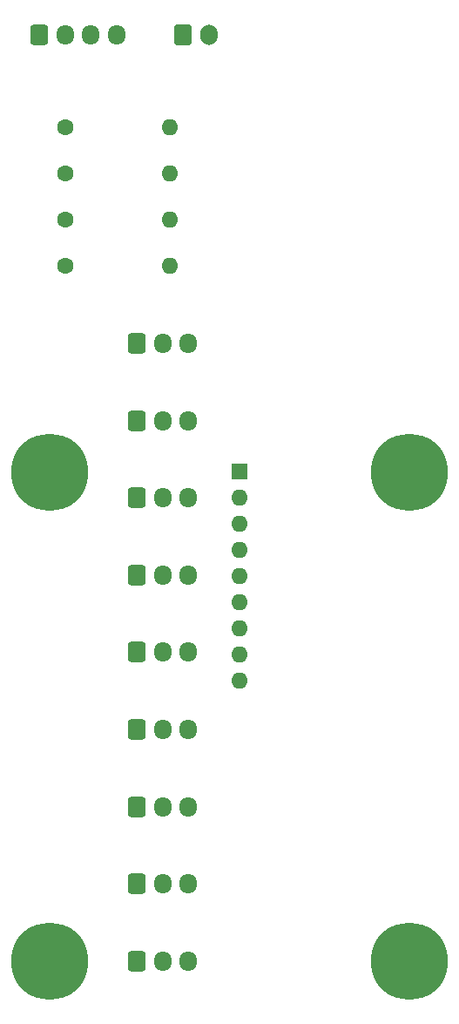
<source format=gbs>
G04 #@! TF.GenerationSoftware,KiCad,Pcbnew,8.0.2*
G04 #@! TF.CreationDate,2024-08-18T16:51:17+09:00*
G04 #@! TF.ProjectId,rainbow2-rp2040,7261696e-626f-4773-922d-727032303430,rev?*
G04 #@! TF.SameCoordinates,Original*
G04 #@! TF.FileFunction,Soldermask,Bot*
G04 #@! TF.FilePolarity,Negative*
%FSLAX46Y46*%
G04 Gerber Fmt 4.6, Leading zero omitted, Abs format (unit mm)*
G04 Created by KiCad (PCBNEW 8.0.2) date 2024-08-18 16:51:17*
%MOMM*%
%LPD*%
G01*
G04 APERTURE LIST*
G04 Aperture macros list*
%AMRoundRect*
0 Rectangle with rounded corners*
0 $1 Rounding radius*
0 $2 $3 $4 $5 $6 $7 $8 $9 X,Y pos of 4 corners*
0 Add a 4 corners polygon primitive as box body*
4,1,4,$2,$3,$4,$5,$6,$7,$8,$9,$2,$3,0*
0 Add four circle primitives for the rounded corners*
1,1,$1+$1,$2,$3*
1,1,$1+$1,$4,$5*
1,1,$1+$1,$6,$7*
1,1,$1+$1,$8,$9*
0 Add four rect primitives between the rounded corners*
20,1,$1+$1,$2,$3,$4,$5,0*
20,1,$1+$1,$4,$5,$6,$7,0*
20,1,$1+$1,$6,$7,$8,$9,0*
20,1,$1+$1,$8,$9,$2,$3,0*%
G04 Aperture macros list end*
%ADD10RoundRect,0.250000X-0.600000X-0.750000X0.600000X-0.750000X0.600000X0.750000X-0.600000X0.750000X0*%
%ADD11O,1.700000X2.000000*%
%ADD12R,1.600000X1.600000*%
%ADD13O,1.600000X1.600000*%
%ADD14RoundRect,0.250000X-0.600000X-0.725000X0.600000X-0.725000X0.600000X0.725000X-0.600000X0.725000X0*%
%ADD15O,1.700000X1.950000*%
%ADD16C,7.500000*%
%ADD17C,1.600000*%
G04 APERTURE END LIST*
D10*
X113000000Y-57500000D03*
D11*
X115500000Y-57500000D03*
D12*
X118500000Y-99960000D03*
D13*
X118500000Y-102500000D03*
X118500000Y-105040000D03*
X118500000Y-107580000D03*
X118500000Y-110120000D03*
X118500000Y-112660000D03*
X118500000Y-115200000D03*
X118500000Y-117740000D03*
X118500000Y-120280000D03*
D14*
X108500000Y-140000000D03*
D15*
X111000000Y-140000000D03*
X113500000Y-140000000D03*
D14*
X108500000Y-95000000D03*
D15*
X111000000Y-95000000D03*
X113500000Y-95000000D03*
D16*
X100000000Y-100000000D03*
D14*
X108500000Y-117500000D03*
D15*
X111000000Y-117500000D03*
X113500000Y-117500000D03*
D14*
X108500000Y-87500000D03*
D15*
X111000000Y-87500000D03*
X113500000Y-87500000D03*
D16*
X100000000Y-147500000D03*
X135000000Y-147500000D03*
D17*
X101500000Y-80000000D03*
D13*
X111660000Y-80000000D03*
D16*
X135000000Y-100000000D03*
D17*
X101500000Y-66500000D03*
D13*
X111660000Y-66500000D03*
D17*
X101500000Y-71000000D03*
D13*
X111660000Y-71000000D03*
D14*
X108500000Y-125000000D03*
D15*
X111000000Y-125000000D03*
X113500000Y-125000000D03*
D14*
X108500000Y-110000000D03*
D15*
X111000000Y-110000000D03*
X113500000Y-110000000D03*
D14*
X108500000Y-102500000D03*
D15*
X111000000Y-102500000D03*
X113500000Y-102500000D03*
D14*
X99000000Y-57500000D03*
D15*
X101500000Y-57500000D03*
X104000000Y-57500000D03*
X106500000Y-57500000D03*
D17*
X101500000Y-75500000D03*
D13*
X111660000Y-75500000D03*
D14*
X108500000Y-147500000D03*
D15*
X111000000Y-147500000D03*
X113500000Y-147500000D03*
D14*
X108500000Y-132500000D03*
D15*
X111000000Y-132500000D03*
X113500000Y-132500000D03*
M02*

</source>
